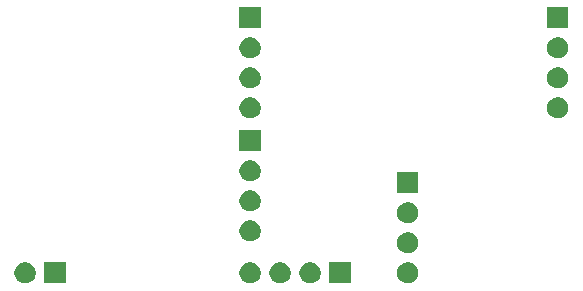
<source format=gts>
G04 #@! TF.GenerationSoftware,KiCad,Pcbnew,5.1.5*
G04 #@! TF.CreationDate,2020-05-30T11:49:08+02:00*
G04 #@! TF.ProjectId,PIV_CDMix,5049565f-4344-44d6-9978-2e6b69636164,rev?*
G04 #@! TF.SameCoordinates,Original*
G04 #@! TF.FileFunction,Soldermask,Top*
G04 #@! TF.FilePolarity,Negative*
%FSLAX46Y46*%
G04 Gerber Fmt 4.6, Leading zero omitted, Abs format (unit mm)*
G04 Created by KiCad (PCBNEW 5.1.5) date 2020-05-30 11:49:08*
%MOMM*%
%LPD*%
G04 APERTURE LIST*
%ADD10C,0.100000*%
G04 APERTURE END LIST*
D10*
G36*
X144893512Y-115943927D02*
G01*
X145042812Y-115973624D01*
X145206784Y-116041544D01*
X145354354Y-116140147D01*
X145479853Y-116265646D01*
X145578456Y-116413216D01*
X145646376Y-116577188D01*
X145681000Y-116751259D01*
X145681000Y-116928741D01*
X145646376Y-117102812D01*
X145578456Y-117266784D01*
X145479853Y-117414354D01*
X145354354Y-117539853D01*
X145206784Y-117638456D01*
X145042812Y-117706376D01*
X144893512Y-117736073D01*
X144868742Y-117741000D01*
X144691258Y-117741000D01*
X144666488Y-117736073D01*
X144517188Y-117706376D01*
X144353216Y-117638456D01*
X144205646Y-117539853D01*
X144080147Y-117414354D01*
X143981544Y-117266784D01*
X143913624Y-117102812D01*
X143879000Y-116928741D01*
X143879000Y-116751259D01*
X143913624Y-116577188D01*
X143981544Y-116413216D01*
X144080147Y-116265646D01*
X144205646Y-116140147D01*
X144353216Y-116041544D01*
X144517188Y-115973624D01*
X144666488Y-115943927D01*
X144691258Y-115939000D01*
X144868742Y-115939000D01*
X144893512Y-115943927D01*
G37*
G36*
X147433512Y-115943927D02*
G01*
X147582812Y-115973624D01*
X147746784Y-116041544D01*
X147894354Y-116140147D01*
X148019853Y-116265646D01*
X148118456Y-116413216D01*
X148186376Y-116577188D01*
X148221000Y-116751259D01*
X148221000Y-116928741D01*
X148186376Y-117102812D01*
X148118456Y-117266784D01*
X148019853Y-117414354D01*
X147894354Y-117539853D01*
X147746784Y-117638456D01*
X147582812Y-117706376D01*
X147433512Y-117736073D01*
X147408742Y-117741000D01*
X147231258Y-117741000D01*
X147206488Y-117736073D01*
X147057188Y-117706376D01*
X146893216Y-117638456D01*
X146745646Y-117539853D01*
X146620147Y-117414354D01*
X146521544Y-117266784D01*
X146453624Y-117102812D01*
X146419000Y-116928741D01*
X146419000Y-116751259D01*
X146453624Y-116577188D01*
X146521544Y-116413216D01*
X146620147Y-116265646D01*
X146745646Y-116140147D01*
X146893216Y-116041544D01*
X147057188Y-115973624D01*
X147206488Y-115943927D01*
X147231258Y-115939000D01*
X147408742Y-115939000D01*
X147433512Y-115943927D01*
G37*
G36*
X149973512Y-115943927D02*
G01*
X150122812Y-115973624D01*
X150286784Y-116041544D01*
X150434354Y-116140147D01*
X150559853Y-116265646D01*
X150658456Y-116413216D01*
X150726376Y-116577188D01*
X150761000Y-116751259D01*
X150761000Y-116928741D01*
X150726376Y-117102812D01*
X150658456Y-117266784D01*
X150559853Y-117414354D01*
X150434354Y-117539853D01*
X150286784Y-117638456D01*
X150122812Y-117706376D01*
X149973512Y-117736073D01*
X149948742Y-117741000D01*
X149771258Y-117741000D01*
X149746488Y-117736073D01*
X149597188Y-117706376D01*
X149433216Y-117638456D01*
X149285646Y-117539853D01*
X149160147Y-117414354D01*
X149061544Y-117266784D01*
X148993624Y-117102812D01*
X148959000Y-116928741D01*
X148959000Y-116751259D01*
X148993624Y-116577188D01*
X149061544Y-116413216D01*
X149160147Y-116265646D01*
X149285646Y-116140147D01*
X149433216Y-116041544D01*
X149597188Y-115973624D01*
X149746488Y-115943927D01*
X149771258Y-115939000D01*
X149948742Y-115939000D01*
X149973512Y-115943927D01*
G37*
G36*
X153301000Y-117741000D02*
G01*
X151499000Y-117741000D01*
X151499000Y-115939000D01*
X153301000Y-115939000D01*
X153301000Y-117741000D01*
G37*
G36*
X125843512Y-115943927D02*
G01*
X125992812Y-115973624D01*
X126156784Y-116041544D01*
X126304354Y-116140147D01*
X126429853Y-116265646D01*
X126528456Y-116413216D01*
X126596376Y-116577188D01*
X126631000Y-116751259D01*
X126631000Y-116928741D01*
X126596376Y-117102812D01*
X126528456Y-117266784D01*
X126429853Y-117414354D01*
X126304354Y-117539853D01*
X126156784Y-117638456D01*
X125992812Y-117706376D01*
X125843512Y-117736073D01*
X125818742Y-117741000D01*
X125641258Y-117741000D01*
X125616488Y-117736073D01*
X125467188Y-117706376D01*
X125303216Y-117638456D01*
X125155646Y-117539853D01*
X125030147Y-117414354D01*
X124931544Y-117266784D01*
X124863624Y-117102812D01*
X124829000Y-116928741D01*
X124829000Y-116751259D01*
X124863624Y-116577188D01*
X124931544Y-116413216D01*
X125030147Y-116265646D01*
X125155646Y-116140147D01*
X125303216Y-116041544D01*
X125467188Y-115973624D01*
X125616488Y-115943927D01*
X125641258Y-115939000D01*
X125818742Y-115939000D01*
X125843512Y-115943927D01*
G37*
G36*
X129171000Y-117741000D02*
G01*
X127369000Y-117741000D01*
X127369000Y-115939000D01*
X129171000Y-115939000D01*
X129171000Y-117741000D01*
G37*
G36*
X158228512Y-115943927D02*
G01*
X158377812Y-115973624D01*
X158541784Y-116041544D01*
X158689354Y-116140147D01*
X158814853Y-116265646D01*
X158913456Y-116413216D01*
X158981376Y-116577188D01*
X159016000Y-116751259D01*
X159016000Y-116928741D01*
X158981376Y-117102812D01*
X158913456Y-117266784D01*
X158814853Y-117414354D01*
X158689354Y-117539853D01*
X158541784Y-117638456D01*
X158377812Y-117706376D01*
X158228512Y-117736073D01*
X158203742Y-117741000D01*
X158026258Y-117741000D01*
X158001488Y-117736073D01*
X157852188Y-117706376D01*
X157688216Y-117638456D01*
X157540646Y-117539853D01*
X157415147Y-117414354D01*
X157316544Y-117266784D01*
X157248624Y-117102812D01*
X157214000Y-116928741D01*
X157214000Y-116751259D01*
X157248624Y-116577188D01*
X157316544Y-116413216D01*
X157415147Y-116265646D01*
X157540646Y-116140147D01*
X157688216Y-116041544D01*
X157852188Y-115973624D01*
X158001488Y-115943927D01*
X158026258Y-115939000D01*
X158203742Y-115939000D01*
X158228512Y-115943927D01*
G37*
G36*
X158228512Y-113403927D02*
G01*
X158377812Y-113433624D01*
X158541784Y-113501544D01*
X158689354Y-113600147D01*
X158814853Y-113725646D01*
X158913456Y-113873216D01*
X158981376Y-114037188D01*
X159016000Y-114211259D01*
X159016000Y-114388741D01*
X158981376Y-114562812D01*
X158913456Y-114726784D01*
X158814853Y-114874354D01*
X158689354Y-114999853D01*
X158541784Y-115098456D01*
X158377812Y-115166376D01*
X158228512Y-115196073D01*
X158203742Y-115201000D01*
X158026258Y-115201000D01*
X158001488Y-115196073D01*
X157852188Y-115166376D01*
X157688216Y-115098456D01*
X157540646Y-114999853D01*
X157415147Y-114874354D01*
X157316544Y-114726784D01*
X157248624Y-114562812D01*
X157214000Y-114388741D01*
X157214000Y-114211259D01*
X157248624Y-114037188D01*
X157316544Y-113873216D01*
X157415147Y-113725646D01*
X157540646Y-113600147D01*
X157688216Y-113501544D01*
X157852188Y-113433624D01*
X158001488Y-113403927D01*
X158026258Y-113399000D01*
X158203742Y-113399000D01*
X158228512Y-113403927D01*
G37*
G36*
X144893512Y-112387927D02*
G01*
X145042812Y-112417624D01*
X145206784Y-112485544D01*
X145354354Y-112584147D01*
X145479853Y-112709646D01*
X145578456Y-112857216D01*
X145646376Y-113021188D01*
X145681000Y-113195259D01*
X145681000Y-113372741D01*
X145646376Y-113546812D01*
X145578456Y-113710784D01*
X145479853Y-113858354D01*
X145354354Y-113983853D01*
X145206784Y-114082456D01*
X145042812Y-114150376D01*
X144893512Y-114180073D01*
X144868742Y-114185000D01*
X144691258Y-114185000D01*
X144666488Y-114180073D01*
X144517188Y-114150376D01*
X144353216Y-114082456D01*
X144205646Y-113983853D01*
X144080147Y-113858354D01*
X143981544Y-113710784D01*
X143913624Y-113546812D01*
X143879000Y-113372741D01*
X143879000Y-113195259D01*
X143913624Y-113021188D01*
X143981544Y-112857216D01*
X144080147Y-112709646D01*
X144205646Y-112584147D01*
X144353216Y-112485544D01*
X144517188Y-112417624D01*
X144666488Y-112387927D01*
X144691258Y-112383000D01*
X144868742Y-112383000D01*
X144893512Y-112387927D01*
G37*
G36*
X158228512Y-110863927D02*
G01*
X158377812Y-110893624D01*
X158541784Y-110961544D01*
X158689354Y-111060147D01*
X158814853Y-111185646D01*
X158913456Y-111333216D01*
X158981376Y-111497188D01*
X159016000Y-111671259D01*
X159016000Y-111848741D01*
X158981376Y-112022812D01*
X158913456Y-112186784D01*
X158814853Y-112334354D01*
X158689354Y-112459853D01*
X158541784Y-112558456D01*
X158377812Y-112626376D01*
X158228512Y-112656073D01*
X158203742Y-112661000D01*
X158026258Y-112661000D01*
X158001488Y-112656073D01*
X157852188Y-112626376D01*
X157688216Y-112558456D01*
X157540646Y-112459853D01*
X157415147Y-112334354D01*
X157316544Y-112186784D01*
X157248624Y-112022812D01*
X157214000Y-111848741D01*
X157214000Y-111671259D01*
X157248624Y-111497188D01*
X157316544Y-111333216D01*
X157415147Y-111185646D01*
X157540646Y-111060147D01*
X157688216Y-110961544D01*
X157852188Y-110893624D01*
X158001488Y-110863927D01*
X158026258Y-110859000D01*
X158203742Y-110859000D01*
X158228512Y-110863927D01*
G37*
G36*
X144893512Y-109847927D02*
G01*
X145042812Y-109877624D01*
X145206784Y-109945544D01*
X145354354Y-110044147D01*
X145479853Y-110169646D01*
X145578456Y-110317216D01*
X145646376Y-110481188D01*
X145681000Y-110655259D01*
X145681000Y-110832741D01*
X145646376Y-111006812D01*
X145578456Y-111170784D01*
X145479853Y-111318354D01*
X145354354Y-111443853D01*
X145206784Y-111542456D01*
X145042812Y-111610376D01*
X144893512Y-111640073D01*
X144868742Y-111645000D01*
X144691258Y-111645000D01*
X144666488Y-111640073D01*
X144517188Y-111610376D01*
X144353216Y-111542456D01*
X144205646Y-111443853D01*
X144080147Y-111318354D01*
X143981544Y-111170784D01*
X143913624Y-111006812D01*
X143879000Y-110832741D01*
X143879000Y-110655259D01*
X143913624Y-110481188D01*
X143981544Y-110317216D01*
X144080147Y-110169646D01*
X144205646Y-110044147D01*
X144353216Y-109945544D01*
X144517188Y-109877624D01*
X144666488Y-109847927D01*
X144691258Y-109843000D01*
X144868742Y-109843000D01*
X144893512Y-109847927D01*
G37*
G36*
X159016000Y-110121000D02*
G01*
X157214000Y-110121000D01*
X157214000Y-108319000D01*
X159016000Y-108319000D01*
X159016000Y-110121000D01*
G37*
G36*
X144893512Y-107307927D02*
G01*
X145042812Y-107337624D01*
X145206784Y-107405544D01*
X145354354Y-107504147D01*
X145479853Y-107629646D01*
X145578456Y-107777216D01*
X145646376Y-107941188D01*
X145681000Y-108115259D01*
X145681000Y-108292741D01*
X145646376Y-108466812D01*
X145578456Y-108630784D01*
X145479853Y-108778354D01*
X145354354Y-108903853D01*
X145206784Y-109002456D01*
X145042812Y-109070376D01*
X144893512Y-109100073D01*
X144868742Y-109105000D01*
X144691258Y-109105000D01*
X144666488Y-109100073D01*
X144517188Y-109070376D01*
X144353216Y-109002456D01*
X144205646Y-108903853D01*
X144080147Y-108778354D01*
X143981544Y-108630784D01*
X143913624Y-108466812D01*
X143879000Y-108292741D01*
X143879000Y-108115259D01*
X143913624Y-107941188D01*
X143981544Y-107777216D01*
X144080147Y-107629646D01*
X144205646Y-107504147D01*
X144353216Y-107405544D01*
X144517188Y-107337624D01*
X144666488Y-107307927D01*
X144691258Y-107303000D01*
X144868742Y-107303000D01*
X144893512Y-107307927D01*
G37*
G36*
X145681000Y-106565000D02*
G01*
X143879000Y-106565000D01*
X143879000Y-104763000D01*
X145681000Y-104763000D01*
X145681000Y-106565000D01*
G37*
G36*
X170928512Y-101973927D02*
G01*
X171077812Y-102003624D01*
X171241784Y-102071544D01*
X171389354Y-102170147D01*
X171514853Y-102295646D01*
X171613456Y-102443216D01*
X171681376Y-102607188D01*
X171716000Y-102781259D01*
X171716000Y-102958741D01*
X171681376Y-103132812D01*
X171613456Y-103296784D01*
X171514853Y-103444354D01*
X171389354Y-103569853D01*
X171241784Y-103668456D01*
X171077812Y-103736376D01*
X170928512Y-103766073D01*
X170903742Y-103771000D01*
X170726258Y-103771000D01*
X170701488Y-103766073D01*
X170552188Y-103736376D01*
X170388216Y-103668456D01*
X170240646Y-103569853D01*
X170115147Y-103444354D01*
X170016544Y-103296784D01*
X169948624Y-103132812D01*
X169914000Y-102958741D01*
X169914000Y-102781259D01*
X169948624Y-102607188D01*
X170016544Y-102443216D01*
X170115147Y-102295646D01*
X170240646Y-102170147D01*
X170388216Y-102071544D01*
X170552188Y-102003624D01*
X170701488Y-101973927D01*
X170726258Y-101969000D01*
X170903742Y-101969000D01*
X170928512Y-101973927D01*
G37*
G36*
X144893512Y-101973927D02*
G01*
X145042812Y-102003624D01*
X145206784Y-102071544D01*
X145354354Y-102170147D01*
X145479853Y-102295646D01*
X145578456Y-102443216D01*
X145646376Y-102607188D01*
X145681000Y-102781259D01*
X145681000Y-102958741D01*
X145646376Y-103132812D01*
X145578456Y-103296784D01*
X145479853Y-103444354D01*
X145354354Y-103569853D01*
X145206784Y-103668456D01*
X145042812Y-103736376D01*
X144893512Y-103766073D01*
X144868742Y-103771000D01*
X144691258Y-103771000D01*
X144666488Y-103766073D01*
X144517188Y-103736376D01*
X144353216Y-103668456D01*
X144205646Y-103569853D01*
X144080147Y-103444354D01*
X143981544Y-103296784D01*
X143913624Y-103132812D01*
X143879000Y-102958741D01*
X143879000Y-102781259D01*
X143913624Y-102607188D01*
X143981544Y-102443216D01*
X144080147Y-102295646D01*
X144205646Y-102170147D01*
X144353216Y-102071544D01*
X144517188Y-102003624D01*
X144666488Y-101973927D01*
X144691258Y-101969000D01*
X144868742Y-101969000D01*
X144893512Y-101973927D01*
G37*
G36*
X144893512Y-99433927D02*
G01*
X145042812Y-99463624D01*
X145206784Y-99531544D01*
X145354354Y-99630147D01*
X145479853Y-99755646D01*
X145578456Y-99903216D01*
X145646376Y-100067188D01*
X145681000Y-100241259D01*
X145681000Y-100418741D01*
X145646376Y-100592812D01*
X145578456Y-100756784D01*
X145479853Y-100904354D01*
X145354354Y-101029853D01*
X145206784Y-101128456D01*
X145042812Y-101196376D01*
X144893512Y-101226073D01*
X144868742Y-101231000D01*
X144691258Y-101231000D01*
X144666488Y-101226073D01*
X144517188Y-101196376D01*
X144353216Y-101128456D01*
X144205646Y-101029853D01*
X144080147Y-100904354D01*
X143981544Y-100756784D01*
X143913624Y-100592812D01*
X143879000Y-100418741D01*
X143879000Y-100241259D01*
X143913624Y-100067188D01*
X143981544Y-99903216D01*
X144080147Y-99755646D01*
X144205646Y-99630147D01*
X144353216Y-99531544D01*
X144517188Y-99463624D01*
X144666488Y-99433927D01*
X144691258Y-99429000D01*
X144868742Y-99429000D01*
X144893512Y-99433927D01*
G37*
G36*
X170928512Y-99433927D02*
G01*
X171077812Y-99463624D01*
X171241784Y-99531544D01*
X171389354Y-99630147D01*
X171514853Y-99755646D01*
X171613456Y-99903216D01*
X171681376Y-100067188D01*
X171716000Y-100241259D01*
X171716000Y-100418741D01*
X171681376Y-100592812D01*
X171613456Y-100756784D01*
X171514853Y-100904354D01*
X171389354Y-101029853D01*
X171241784Y-101128456D01*
X171077812Y-101196376D01*
X170928512Y-101226073D01*
X170903742Y-101231000D01*
X170726258Y-101231000D01*
X170701488Y-101226073D01*
X170552188Y-101196376D01*
X170388216Y-101128456D01*
X170240646Y-101029853D01*
X170115147Y-100904354D01*
X170016544Y-100756784D01*
X169948624Y-100592812D01*
X169914000Y-100418741D01*
X169914000Y-100241259D01*
X169948624Y-100067188D01*
X170016544Y-99903216D01*
X170115147Y-99755646D01*
X170240646Y-99630147D01*
X170388216Y-99531544D01*
X170552188Y-99463624D01*
X170701488Y-99433927D01*
X170726258Y-99429000D01*
X170903742Y-99429000D01*
X170928512Y-99433927D01*
G37*
G36*
X170928512Y-96893927D02*
G01*
X171077812Y-96923624D01*
X171241784Y-96991544D01*
X171389354Y-97090147D01*
X171514853Y-97215646D01*
X171613456Y-97363216D01*
X171681376Y-97527188D01*
X171716000Y-97701259D01*
X171716000Y-97878741D01*
X171681376Y-98052812D01*
X171613456Y-98216784D01*
X171514853Y-98364354D01*
X171389354Y-98489853D01*
X171241784Y-98588456D01*
X171077812Y-98656376D01*
X170928512Y-98686073D01*
X170903742Y-98691000D01*
X170726258Y-98691000D01*
X170701488Y-98686073D01*
X170552188Y-98656376D01*
X170388216Y-98588456D01*
X170240646Y-98489853D01*
X170115147Y-98364354D01*
X170016544Y-98216784D01*
X169948624Y-98052812D01*
X169914000Y-97878741D01*
X169914000Y-97701259D01*
X169948624Y-97527188D01*
X170016544Y-97363216D01*
X170115147Y-97215646D01*
X170240646Y-97090147D01*
X170388216Y-96991544D01*
X170552188Y-96923624D01*
X170701488Y-96893927D01*
X170726258Y-96889000D01*
X170903742Y-96889000D01*
X170928512Y-96893927D01*
G37*
G36*
X144893512Y-96893927D02*
G01*
X145042812Y-96923624D01*
X145206784Y-96991544D01*
X145354354Y-97090147D01*
X145479853Y-97215646D01*
X145578456Y-97363216D01*
X145646376Y-97527188D01*
X145681000Y-97701259D01*
X145681000Y-97878741D01*
X145646376Y-98052812D01*
X145578456Y-98216784D01*
X145479853Y-98364354D01*
X145354354Y-98489853D01*
X145206784Y-98588456D01*
X145042812Y-98656376D01*
X144893512Y-98686073D01*
X144868742Y-98691000D01*
X144691258Y-98691000D01*
X144666488Y-98686073D01*
X144517188Y-98656376D01*
X144353216Y-98588456D01*
X144205646Y-98489853D01*
X144080147Y-98364354D01*
X143981544Y-98216784D01*
X143913624Y-98052812D01*
X143879000Y-97878741D01*
X143879000Y-97701259D01*
X143913624Y-97527188D01*
X143981544Y-97363216D01*
X144080147Y-97215646D01*
X144205646Y-97090147D01*
X144353216Y-96991544D01*
X144517188Y-96923624D01*
X144666488Y-96893927D01*
X144691258Y-96889000D01*
X144868742Y-96889000D01*
X144893512Y-96893927D01*
G37*
G36*
X171716000Y-96151000D02*
G01*
X169914000Y-96151000D01*
X169914000Y-94349000D01*
X171716000Y-94349000D01*
X171716000Y-96151000D01*
G37*
G36*
X145681000Y-96151000D02*
G01*
X143879000Y-96151000D01*
X143879000Y-94349000D01*
X145681000Y-94349000D01*
X145681000Y-96151000D01*
G37*
M02*

</source>
